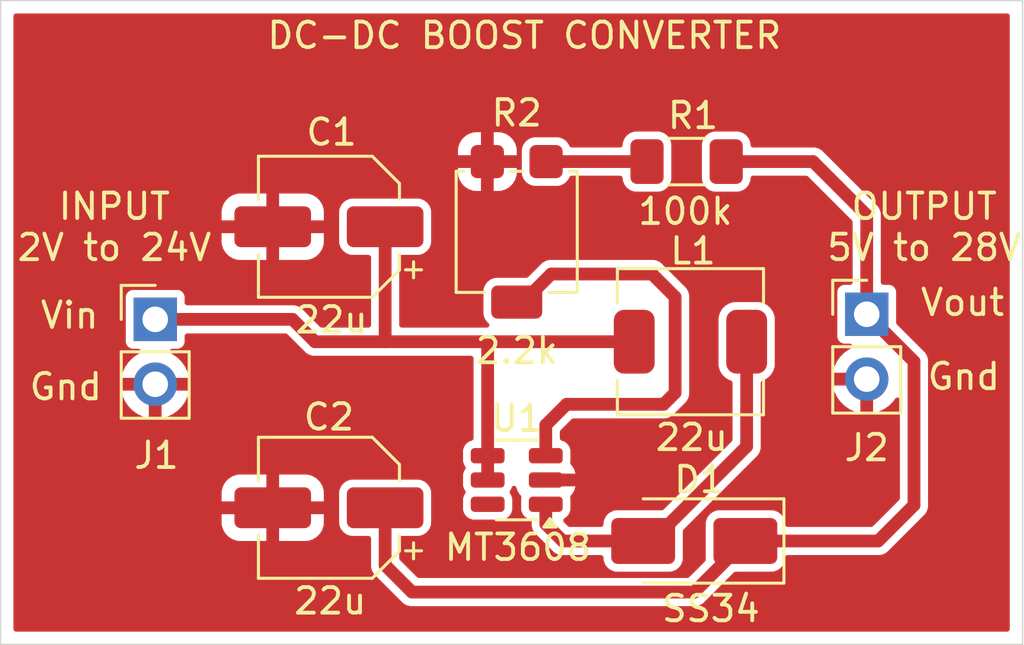
<source format=kicad_pcb>
(kicad_pcb (version 20240108) (generator "pcbnew") (generator_version "8.0")
  (layers (0 "F.Cu" signal) (31 "B.Cu" signal) (34 "B.Paste" user) (35 "F.Paste" user) (36 "B.SilkS" user "B.Silkscreen") (37 "F.SilkS" user "F.Silkscreen") (38 "B.Mask" user) (39 "F.Mask" user) (44 "Edge.Cuts" user))
  (net 0 "")
  (net 1 "/Gnd")
  (net 2 "/Vin")
  (net 3 "/Vout")
  (net 4 "Net-(D1-A)")
  (net 5 "Net-(R1-Pad2)")
  (net 6 "Net-(U1-FB)")
  (footprint "Potentiometer_SMD:Potentiometer_Bourns_3314G_Vertical" (layer "F.Cu") (at 133.1 94.95)
    (property "Reference" "R2" (at 0 -4.65 0) (layer "F.SilkS"))
    (property "Value" "2.2k" (at 0 4.65 0) (layer "F.SilkS"))
    (fp_line (start -2.37 -2.37) (end -2.37 2.37) (stroke (width 0.12)) (layer "F.SilkS"))
    (fp_line (start -2.37 -2.37) (end -2.06 -2.37) (stroke (width 0.12)) (layer "F.SilkS"))
    (fp_line (start -2.37 2.37) (end -1.26 2.37) (stroke (width 0.12)) (layer "F.SilkS"))
    (fp_line (start -0.24 -2.37) (end 0.24 -2.37) (stroke (width 0.12)) (layer "F.SilkS"))
    (fp_line (start 1.26 2.37) (end 2.37 2.37) (stroke (width 0.12)) (layer "F.SilkS"))
    (fp_line (start 2.06 -2.37) (end 2.37 -2.37) (stroke (width 0.12)) (layer "F.SilkS"))
    (fp_line (start 2.37 -2.37) (end 2.37 2.37) (stroke (width 0.12)) (layer "F.SilkS"))
    (pad "1" smd roundrect (at -1.15 -2.75) (size 1.3 1.3) (layers "F.Cu" "F.Paste" "F.Mask") (roundrect_rratio 0.1923076923) (net 1 "/Gnd"))
    (pad "2" smd roundrect (at 0 2.75) (size 2 1.3) (layers "F.Cu" "F.Paste" "F.Mask") (roundrect_rratio 0.1923076923) (net 6 "Net-(U1-FB)"))
    (pad "3" smd roundrect (at 1.15 -2.75) (size 1.3 1.3) (layers "F.Cu" "F.Paste" "F.Mask") (roundrect_rratio 0.1923076923) (net 5 "Net-(R1-Pad2)"))
  )
  (footprint "Capacitor_SMD:CP_Elec_5x4.5" (layer "F.Cu") (at 125.75 105.75 180)
    (property "Reference" "C2" (at 0 3.55 360) (layer "F.SilkS"))
    (property "Value" "22u" (at -0.05 -3.65 360) (layer "F.SilkS"))
    (fp_line (start 2.76 2.76) (end 2.76 1.06) (stroke (width 0.12)) (layer "F.SilkS"))
    (fp_line (start 2.76 -2.76) (end 2.76 -1.06) (stroke (width 0.12)) (layer "F.SilkS"))
    (fp_line (start -1.695563 2.76) (end 2.76 2.76) (stroke (width 0.12)) (layer "F.SilkS"))
    (fp_line (start -1.695563 -2.76) (end 2.76 -2.76) (stroke (width 0.12)) (layer "F.SilkS"))
    (fp_line (start -2.76 1.695563) (end -1.695563 2.76) (stroke (width 0.12)) (layer "F.SilkS"))
    (fp_line (start -2.76 1.695563) (end -2.76 1.06) (stroke (width 0.12)) (layer "F.SilkS"))
    (fp_line (start -2.76 -1.695563) (end -1.695563 -2.76) (stroke (width 0.12)) (layer "F.SilkS"))
    (fp_line (start -2.76 -1.695563) (end -2.76 -1.06) (stroke (width 0.12)) (layer "F.SilkS"))
    (fp_line (start -3.3125 -1.9975) (end -3.3125 -1.3725) (stroke (width 0.12)) (layer "F.SilkS"))
    (fp_line (start -3.625 -1.685) (end -3 -1.685) (stroke (width 0.12)) (layer "F.SilkS"))
    (pad "1" smd roundrect (at -2.2 0 180) (size 3 1.6) (layers "F.Cu" "F.Paste" "F.Mask") (roundrect_rratio 0.15625) (net 3 "/Vout"))
    (pad "2" smd roundrect (at 2.2 0 180) (size 3 1.6) (layers "F.Cu" "F.Paste" "F.Mask") (roundrect_rratio 0.15625) (net 1 "/Gnd"))
  )
  (footprint "Inductor_SMD:L_KOHERelec_MDA5030" (layer "F.Cu") (at 139.9 99.25 180)
    (property "Reference" "L1" (at -0.1 3.55 360) (layer "F.SilkS"))
    (property "Value" "22u" (at -0.05 -3.75 360) (layer "F.SilkS"))
    (fp_line (start 2.86 2.86) (end 2.86 1.51) (stroke (width 0.12)) (layer "F.SilkS"))
    (fp_line (start 2.86 -2.86) (end 2.86 -1.51) (stroke (width 0.12)) (layer "F.SilkS"))
    (fp_line (start -2.86 2.86) (end 2.86 2.86) (stroke (width 0.12)) (layer "F.SilkS"))
    (fp_line (start -2.86 2.86) (end -2.86 1.51) (stroke (width 0.12)) (layer "F.SilkS"))
    (fp_line (start -2.86 -2.86) (end 2.86 -2.86) (stroke (width 0.12)) (layer "F.SilkS"))
    (fp_line (start -2.86 -2.86) (end -2.86 -1.51) (stroke (width 0.12)) (layer "F.SilkS"))
    (pad "1" smd roundrect (at -2.2 0 180) (size 1.6 2.5) (layers "F.Cu" "F.Paste" "F.Mask") (net 4 "Net-(D1-A)"))
    (pad "2" smd roundrect (at 2.2 0 180) (size 1.6 2.5) (layers "F.Cu" "F.Paste" "F.Mask") (net 2 "/Vin"))
  )
  (footprint "Connector_PinHeader_2.54mm:PinHeader_1x02_P2.54mm_Vertical" (layer "F.Cu") (at 146.8 98.175)
    (property "Reference" "J2" (at 0 5.225 0) (layer "F.SilkS"))
    (property "Value" "Conn_01x02_Pin" (hide yes))
    (fp_line (start -1.33 -1.33) (end 0 -1.33) (stroke (width 0.12)) (layer "F.SilkS"))
    (fp_line (start -1.33 0) (end -1.33 -1.33) (stroke (width 0.12)) (layer "F.SilkS"))
    (fp_line (start -1.33 1.27) (end -1.33 3.87) (stroke (width 0.12)) (layer "F.SilkS"))
    (fp_line (start -1.33 1.27) (end 1.33 1.27) (stroke (width 0.12)) (layer "F.SilkS"))
    (fp_line (start -1.33 3.87) (end 1.33 3.87) (stroke (width 0.12)) (layer "F.SilkS"))
    (fp_line (start 1.33 1.27) (end 1.33 3.87) (stroke (width 0.12)) (layer "F.SilkS"))
    (pad "1" thru_hole rect (at 0 0) (size 1.7 1.7) (drill 1) (layers "*.Cu" "*.Mask") (net 3 "/Vout"))
    (pad "2" thru_hole oval (at 0 2.54) (size 1.7 1.7) (drill 1) (layers "*.Cu" "*.Mask") (net 1 "/Gnd"))
  )
  (footprint "Package_TO_SOT_SMD:SOT-23-6" (layer "F.Cu") (at 133.1 104.6625 180)
    (property "Reference" "U1" (at 0 2.4125 360) (layer "F.SilkS"))
    (property "Value" "MT3608" (at -0.05 -2.6375 360) (layer "F.SilkS"))
    (fp_line (start 0 1.560001) (end 0.8 1.56) (stroke (width 0.12)) (layer "F.SilkS"))
    (fp_line (start 0 1.560001) (end -0.8 1.56) (stroke (width 0.12)) (layer "F.SilkS"))
    (fp_line (start 0 -1.560001) (end 0.8 -1.56) (stroke (width 0.12)) (layer "F.SilkS"))
    (fp_line (start 0 -1.560001) (end -0.8 -1.56) (stroke (width 0.12)) (layer "F.SilkS"))
    (fp_poly (pts (xy -1.3 -1.51) (xy -1.54 -1.84) (xy -1.06 -1.84) (xy -1.3 -1.51)) (stroke (width 0.12)) (fill solid) (layer "F.SilkS"))
    (pad "1" smd roundrect (at -1.1375 -0.949999 180) (size 1.325 0.6) (layers "F.Cu" "F.Paste" "F.Mask") (net 4 "Net-(D1-A)"))
    (pad "2" smd roundrect (at -1.1375 0 180) (size 1.325 0.6) (layers "F.Cu" "F.Paste" "F.Mask") (net 1 "/Gnd"))
    (pad "3" smd roundrect (at -1.1375 0.949999 180) (size 1.325 0.6) (layers "F.Cu" "F.Paste" "F.Mask") (net 6 "Net-(U1-FB)"))
    (pad "4" smd roundrect (at 1.1375 0.949999 180) (size 1.325 0.6) (layers "F.Cu" "F.Paste" "F.Mask") (net 2 "/Vin"))
    (pad "5" smd roundrect (at 1.1375 0 180) (size 1.325 0.6) (layers "F.Cu" "F.Paste" "F.Mask") (net 2 "/Vin"))
    (pad "6" smd roundrect (at 1.1375 -0.949999 180) (size 1.325 0.6) (layers "F.Cu" "F.Paste" "F.Mask"))
  )
  (footprint "Capacitor_SMD:CP_Elec_5x4.5" (layer "F.Cu") (at 125.75 94.75 180)
    (property "Reference" "C1" (at -0.1 3.7 360) (layer "F.SilkS"))
    (property "Value" "22u" (at -0.1 -3.65 360) (layer "F.SilkS"))
    (fp_line (start 2.76 2.76) (end 2.76 1.06) (stroke (width 0.12)) (layer "F.SilkS"))
    (fp_line (start 2.76 -2.76) (end 2.76 -1.06) (stroke (width 0.12)) (layer "F.SilkS"))
    (fp_line (start -1.695563 2.76) (end 2.76 2.76) (stroke (width 0.12)) (layer "F.SilkS"))
    (fp_line (start -1.695563 -2.76) (end 2.76 -2.76) (stroke (width 0.12)) (layer "F.SilkS"))
    (fp_line (start -2.76 1.695563) (end -1.695563 2.76) (stroke (width 0.12)) (layer "F.SilkS"))
    (fp_line (start -2.76 1.695563) (end -2.76 1.06) (stroke (width 0.12)) (layer "F.SilkS"))
    (fp_line (start -2.76 -1.695563) (end -1.695563 -2.76) (stroke (width 0.12)) (layer "F.SilkS"))
    (fp_line (start -2.76 -1.695563) (end -2.76 -1.06) (stroke (width 0.12)) (layer "F.SilkS"))
    (fp_line (start -3.3125 -1.9975) (end -3.3125 -1.3725) (stroke (width 0.12)) (layer "F.SilkS"))
    (fp_line (start -3.625 -1.685) (end -3 -1.685) (stroke (width 0.12)) (layer "F.SilkS"))
    (pad "1" smd roundrect (at -2.2 0 180) (size 3 1.6) (layers "F.Cu" "F.Paste" "F.Mask") (roundrect_rratio 0.15625) (net 2 "/Vin"))
    (pad "2" smd roundrect (at 2.2 0 180) (size 3 1.6) (layers "F.Cu" "F.Paste" "F.Mask") (roundrect_rratio 0.15625) (net 1 "/Gnd"))
  )
  (footprint "Connector_PinHeader_2.54mm:PinHeader_1x02_P2.54mm_Vertical" (layer "F.Cu") (at 118.95 98.375)
    (property "Reference" "J1" (at 0.05 5.325 0) (layer "F.SilkS"))
    (property "Value" "Conn_01x02_Pin" (hide yes))
    (fp_line (start -1.33 -1.33) (end 0 -1.33) (stroke (width 0.12)) (layer "F.SilkS"))
    (fp_line (start -1.33 0) (end -1.33 -1.33) (stroke (width 0.12)) (layer "F.SilkS"))
    (fp_line (start -1.33 1.27) (end -1.33 3.87) (stroke (width 0.12)) (layer "F.SilkS"))
    (fp_line (start -1.33 1.27) (end 1.33 1.27) (stroke (width 0.12)) (layer "F.SilkS"))
    (fp_line (start -1.33 3.87) (end 1.33 3.87) (stroke (width 0.12)) (layer "F.SilkS"))
    (fp_line (start 1.33 1.27) (end 1.33 3.87) (stroke (width 0.12)) (layer "F.SilkS"))
    (pad "1" thru_hole rect (at 0 0) (size 1.7 1.7) (drill 1) (layers "*.Cu" "*.Mask") (net 2 "/Vin"))
    (pad "2" thru_hole oval (at 0 2.54) (size 1.7 1.7) (drill 1) (layers "*.Cu" "*.Mask") (net 1 "/Gnd"))
  )
  (footprint "Diode_SMD:D_SMA" (layer "F.Cu") (at 140.05 107.05 180)
    (property "Reference" "D1" (at -0.2 2.4 360) (layer "F.SilkS"))
    (property "Value" "SS34" (at -0.65 -2.65 360) (layer "F.SilkS"))
    (fp_line (start -3.51 1.65) (end 2 1.65) (stroke (width 0.12)) (layer "F.SilkS"))
    (fp_line (start -3.51 -1.65) (end 2 -1.65) (stroke (width 0.12)) (layer "F.SilkS"))
    (fp_line (start -3.51 -1.65) (end -3.51 1.65) (stroke (width 0.12)) (layer "F.SilkS"))
    (pad "1" smd roundrect (at -2.000001 0 180) (size 2.5 1.8) (layers "F.Cu" "F.Paste" "F.Mask") (roundrect_rratio 0.1388888889) (net 3 "/Vout"))
    (pad "2" smd roundrect (at 2.000001 0 180) (size 2.5 1.8) (layers "F.Cu" "F.Paste" "F.Mask") (roundrect_rratio 0.1388888889) (net 4 "Net-(D1-A)"))
  )
  (footprint "Resistor_SMD:R_1206_3216Metric_Pad1.30x1.75mm_HandSolder" (layer "F.Cu") (at 139.75 92.2 180)
    (property "Reference" "R1" (at -0.25 1.8 360) (layer "F.SilkS"))
    (property "Value" "100k" (at 0.05 -1.95 360) (layer "F.SilkS"))
    (fp_line (start -0.727064 0.91) (end 0.727064 0.91) (stroke (width 0.12)) (layer "F.SilkS"))
    (fp_line (start -0.727064 -0.91) (end 0.727064 -0.91) (stroke (width 0.12)) (layer "F.SilkS"))
    (pad "1" smd roundrect (at -1.550001 0 180) (size 1.3 1.75) (layers "F.Cu" "F.Paste" "F.Mask") (roundrect_rratio 0.192308) (net 3 "/Vout"))
    (pad "2" smd roundrect (at 1.550001 0 180) (size 1.3 1.75) (layers "F.Cu" "F.Paste" "F.Mask") (roundrect_rratio 0.192308) (net 5 "Net-(R1-Pad2)"))
  )
  (gr_rect (start 112.9 85.9) (end 152.9 111.1) (stroke (width 0.05)) (fill none) (layer "Edge.Cuts"))
  (gr_text "Vin\n" (at 115.6 98.8 0) (layer "F.SilkS") (effects (font (size 1 1)) (justify bottom)))
  (gr_text "INPUT\n2V to 24V" (at 117.35 96.15 0) (layer "F.SilkS") (effects (font (size 1 1)) (justify bottom)))
  (gr_text "Vout\n" (at 150.55 98.3 0) (layer "F.SilkS") (effects (font (size 1 1)) (justify bottom)))
  (gr_text "DC-DC BOOST CONVERTER\n" (at 133.4 87.85 0) (layer "F.SilkS") (effects (font (size 1 1)) (justify bottom)))
  (gr_text "Gnd\n" (at 115.45 101.6 0) (layer "F.SilkS") (effects (font (size 1 1)) (justify bottom)))
  (gr_text "OUTPUT\n5V to 28V" (at 149.05 96.15 0) (layer "F.SilkS") (effects (font (size 1 1)) (justify bottom)))
  (gr_text "Gnd\n" (at 150.6 101.2 0) (layer "F.SilkS") (effects (font (size 1 1)) (justify bottom)))
  (segment (start 137.7 99.25) (end 131.8 99.25) (width 0.5) (layer "F.Cu") (net 2))
  (segment (start 131.9625 103.712501) (end 131.9625 99.4125) (width 0.5) (layer "F.Cu") (net 2))
  (segment (start 127.95 99.25) (end 125.2 99.25) (width 0.5) (layer "F.Cu") (net 2))
  (segment (start 125.2 99.25) (end 124.325 98.375) (width 0.5) (layer "F.Cu") (net 2))
  (segment (start 131.9625 99.4125) (end 131.8 99.25) (width 0.5) (layer "F.Cu") (net 2))
  (segment (start 131.9625 104.6625) (end 131.9625 103.712501) (width 0.5) (layer "F.Cu") (net 2))
  (segment (start 118.95 98.375) (end 124.325 98.375) (width 0.5) (layer "F.Cu") (net 2))
  (segment (start 131.8 99.25) (end 127.95 99.25) (width 0.5) (layer "F.Cu") (net 2))
  (segment (start 127.95 94.75) (end 127.95 99.25) (width 0.5) (layer "F.Cu") (net 2))
  (segment (start 146.8 94.3) (end 144.7 92.2) (width 0.5) (layer "F.Cu") (net 3))
  (segment (start 148.65 105.65) (end 148.65 100.025) (width 0.5) (layer "F.Cu") (net 3))
  (segment (start 127.95 108) (end 127.95 105.75) (width 0.5) (layer "F.Cu") (net 3))
  (segment (start 146.8 98.175) (end 146.8 94.3) (width 0.5) (layer "F.Cu") (net 3))
  (segment (start 129 109.05) (end 127.95 108) (width 0.5) (layer "F.Cu") (net 3))
  (segment (start 147.25 107.05) (end 148.65 105.65) (width 0.5) (layer "F.Cu") (net 3))
  (segment (start 144.7 92.2) (end 141.300001 92.2) (width 0.5) (layer "F.Cu") (net 3))
  (segment (start 142.050001 107.05) (end 147.25 107.05) (width 0.5) (layer "F.Cu") (net 3))
  (segment (start 148.65 100.025) (end 146.8 98.175) (width 0.5) (layer "F.Cu") (net 3))
  (segment (start 140.050001 109.05) (end 129 109.05) (width 0.5) (layer "F.Cu") (net 3))
  (segment (start 142.050001 107.05) (end 140.050001 109.05) (width 0.5) (layer "F.Cu") (net 3))
  (segment (start 138.4 107.05) (end 138.049999 107.05) (width 0.5) (layer "F.Cu") (net 4))
  (segment (start 142.1 99.25) (end 142.1 103.35) (width 0.5) (layer "F.Cu") (net 4))
  (segment (start 134.2375 106.3875) (end 134.2375 105.612499) (width 0.5) (layer "F.Cu") (net 4))
  (segment (start 138.049999 107.05) (end 134.9 107.05) (width 0.5) (layer "F.Cu") (net 4))
  (segment (start 134.9 107.05) (end 134.2375 106.3875) (width 0.5) (layer "F.Cu") (net 4))
  (segment (start 142.1 103.35) (end 138.4 107.05) (width 0.5) (layer "F.Cu") (net 4))
  (segment (start 138.199999 92.2) (end 134.25 92.2) (width 0.5) (layer "F.Cu") (net 5))
  (segment (start 139.3 97.5) (end 139.3 101.25) (width 0.5) (layer "F.Cu") (net 6))
  (segment (start 138.85 101.7) (end 135.05 101.7) (width 0.5) (layer "F.Cu") (net 6))
  (segment (start 139.3 101.25) (end 138.85 101.7) (width 0.5) (layer "F.Cu") (net 6))
  (segment (start 138.4 96.6) (end 139.3 97.5) (width 0.5) (layer "F.Cu") (net 6))
  (segment (start 133.35 97.7) (end 134.45 96.6) (width 0.5) (layer "F.Cu") (net 6))
  (segment (start 134.2375 102.5125) (end 134.2375 103.712501) (width 0.5) (layer "F.Cu") (net 6))
  (segment (start 135.05 101.7) (end 134.2375 102.5125) (width 0.5) (layer "F.Cu") (net 6))
  (segment (start 134.45 96.6) (end 138.4 96.6) (width 0.5) (layer "F.Cu") (net 6))
  (segment (start 133.1 97.7) (end 133.35 97.7) (width 0.5) (layer "F.Cu") (net 6))
  (zone (net 1) (net_name "/Gnd") (layer "F.Cu") (connect_pads (clearance 0.3)) (min_thickness 0.2) (fill yes (thermal_gap 0.5) (thermal_bridge_width 0.5))
    (polygon (pts (xy 113.05 85.95) (xy 152.6 85.95) (xy 152.6 110.7) (xy 152.4 110.9) (xy 113.2 110.9) (xy 113.05 110.75)))
  )
)
</source>
